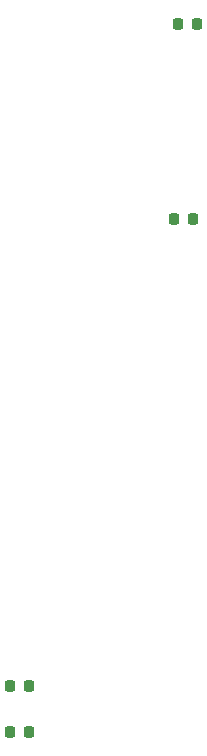
<source format=gbr>
%TF.GenerationSoftware,KiCad,Pcbnew,(6.0.2-0)*%
%TF.CreationDate,2022-07-28T16:30:58+02:00*%
%TF.ProjectId,stepper_testbench,73746570-7065-4725-9f74-65737462656e,rev?*%
%TF.SameCoordinates,Original*%
%TF.FileFunction,Paste,Top*%
%TF.FilePolarity,Positive*%
%FSLAX46Y46*%
G04 Gerber Fmt 4.6, Leading zero omitted, Abs format (unit mm)*
G04 Created by KiCad (PCBNEW (6.0.2-0)) date 2022-07-28 16:30:58*
%MOMM*%
%LPD*%
G01*
G04 APERTURE LIST*
G04 Aperture macros list*
%AMRoundRect*
0 Rectangle with rounded corners*
0 $1 Rounding radius*
0 $2 $3 $4 $5 $6 $7 $8 $9 X,Y pos of 4 corners*
0 Add a 4 corners polygon primitive as box body*
4,1,4,$2,$3,$4,$5,$6,$7,$8,$9,$2,$3,0*
0 Add four circle primitives for the rounded corners*
1,1,$1+$1,$2,$3*
1,1,$1+$1,$4,$5*
1,1,$1+$1,$6,$7*
1,1,$1+$1,$8,$9*
0 Add four rect primitives between the rounded corners*
20,1,$1+$1,$2,$3,$4,$5,0*
20,1,$1+$1,$4,$5,$6,$7,0*
20,1,$1+$1,$6,$7,$8,$9,0*
20,1,$1+$1,$8,$9,$2,$3,0*%
G04 Aperture macros list end*
%ADD10RoundRect,0.218750X-0.218750X-0.256250X0.218750X-0.256250X0.218750X0.256250X-0.218750X0.256250X0*%
%ADD11RoundRect,0.218750X0.218750X0.256250X-0.218750X0.256250X-0.218750X-0.256250X0.218750X-0.256250X0*%
G04 APERTURE END LIST*
D10*
%TO.C,D6*%
X158387500Y-71125000D03*
X159962500Y-71125000D03*
%TD*%
D11*
%TO.C,D8*%
X146046500Y-114614000D03*
X144471500Y-114614000D03*
%TD*%
D10*
%TO.C,D4*%
X158724500Y-54610000D03*
X160299500Y-54610000D03*
%TD*%
D11*
%TO.C,D7*%
X146046500Y-110714000D03*
X144471500Y-110714000D03*
%TD*%
M02*

</source>
